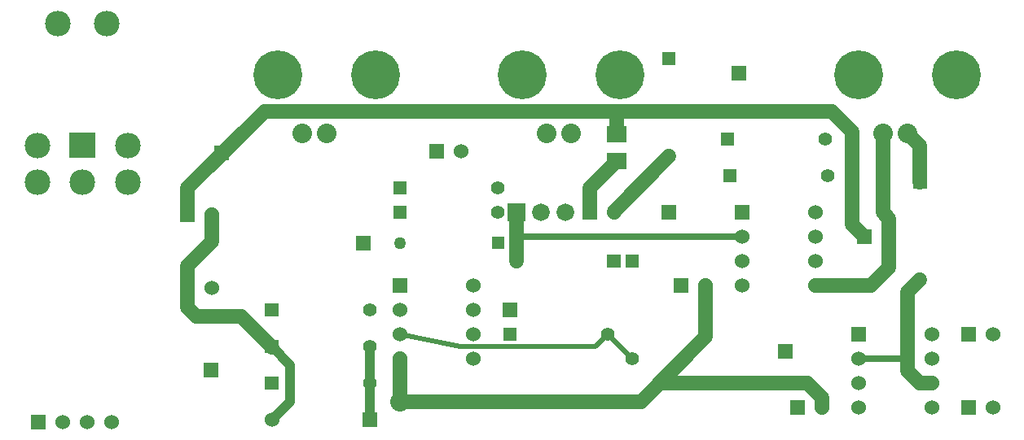
<source format=gbl>
G04 start of page 3 for group 1 idx 1 *
G04 Title: (unknown), component *
G04 Creator: pcb 20110918 *
G04 CreationDate: Tue Oct  7 19:52:02 2014 UTC *
G04 For: fosse *
G04 Format: Gerber/RS-274X *
G04 PCB-Dimensions: 470000 250000 *
G04 PCB-Coordinate-Origin: lower left *
%MOIN*%
%FSLAX25Y25*%
%LNBOTTOM*%
%ADD51C,0.0710*%
%ADD50C,0.0650*%
%ADD49C,0.0790*%
%ADD48C,0.0320*%
%ADD47C,0.0420*%
%ADD46C,0.0380*%
%ADD45C,0.0280*%
%ADD44C,0.0300*%
%ADD43R,0.0690X0.0690*%
%ADD42C,0.0720*%
%ADD41C,0.1050*%
%ADD40C,0.2000*%
%ADD39C,0.0800*%
%ADD38C,0.0500*%
%ADD37C,0.0550*%
%ADD36C,0.0001*%
%ADD35C,0.0200*%
%ADD34C,0.0400*%
%ADD33C,0.0250*%
%ADD32C,0.0600*%
G54D32*X235000Y163500D02*Y143500D01*
X275000Y163500D02*Y164000D01*
G54D33*X327500Y153500D02*X235000D01*
G54D32*X265000Y163500D02*Y173500D01*
X100500D02*X132000Y205000D01*
X275000Y164000D02*X297500Y186500D01*
X364000Y205000D02*X132000D01*
X330000D02*X327500D01*
X265000Y173500D02*X276000Y184500D01*
Y195500D02*Y205000D01*
G54D34*X135000Y78500D02*X142500Y86000D01*
X175000Y108500D02*Y78500D01*
X142500Y86000D02*Y101000D01*
X135000Y108500D01*
G54D32*X187500Y103500D02*Y92500D01*
Y86000D01*
X100500Y132500D02*Y141500D01*
X110500Y151500D01*
Y162500D01*
X100500D02*Y173500D01*
Y133000D02*Y124500D01*
X104000Y121000D01*
X122500D01*
X135250Y108250D01*
X400000Y191000D02*X395000Y196000D01*
X372500Y158500D02*Y196500D01*
X364000Y205000D01*
X357500Y133500D02*X380000D01*
G54D33*X375000Y103500D02*X395000D01*
G54D32*X312500Y133500D02*Y112500D01*
X360000Y83500D02*Y87500D01*
X354000Y93500D01*
X380000Y133500D02*X387500Y141000D01*
Y161000D02*Y141000D01*
X405000Y93500D02*X400000D01*
X395000Y98500D01*
Y131000D01*
X400000Y136000D01*
X385000Y163500D02*X387500Y161000D01*
X385000Y163500D02*Y196000D01*
X377500Y153500D02*X372500Y158500D01*
X400250Y190750D02*Y176050D01*
X400200Y176000D01*
G54D35*X187500Y113500D02*X212000Y108500D01*
X272500Y113500D02*X282500Y103500D01*
G54D32*X312500Y112500D02*X286000Y86000D01*
G54D35*X212000Y108500D02*X227500D01*
X267500D01*
X272500Y113500D01*
G54D32*X354000Y93500D02*X293500D01*
X286000Y86000D02*X187500D01*
G54D36*G36*
X132250Y111250D02*Y105750D01*
X137750D01*
Y111250D01*
X132250D01*
G37*
G36*
Y126250D02*Y120750D01*
X137750D01*
Y126250D01*
X132250D01*
G37*
G54D32*X135000Y78500D03*
G54D36*G36*
X132250Y96250D02*Y90750D01*
X137750D01*
Y96250D01*
X132250D01*
G37*
G54D37*X175000Y108500D03*
G54D36*G36*
X172000Y81500D02*Y75500D01*
X178000D01*
Y81500D01*
X172000D01*
G37*
G54D37*X175000Y93500D03*
Y123500D03*
G54D36*G36*
X184500Y136500D02*Y130500D01*
X190500D01*
Y136500D01*
X184500D01*
G37*
G54D32*X187500Y123500D03*
Y113500D03*
Y103500D03*
G54D36*G36*
X97500Y135500D02*Y129500D01*
X103500D01*
Y135500D01*
X97500D01*
G37*
G36*
X36500Y80500D02*Y74500D01*
X42500D01*
Y80500D01*
X36500D01*
G37*
G54D32*X49500Y77500D03*
X59500D03*
X69500D03*
X110500Y132500D03*
G54D36*G36*
X107000Y102000D02*Y96000D01*
X113000D01*
Y102000D01*
X107000D01*
G37*
G36*
X231400Y167100D02*Y159900D01*
X238600D01*
Y167100D01*
X231400D01*
G37*
G36*
X225000Y153500D02*Y148500D01*
X230000D01*
Y153500D01*
X225000D01*
G37*
G54D38*X187500Y151000D03*
G54D36*G36*
X184750Y166250D02*Y160750D01*
X190250D01*
Y166250D01*
X184750D01*
G37*
G54D37*X227500Y163500D03*
G54D36*G36*
X199500Y191500D02*Y185500D01*
X205500D01*
Y191500D01*
X199500D01*
G37*
G36*
X184750Y176250D02*Y170750D01*
X190250D01*
Y176250D01*
X184750D01*
G37*
G54D39*X147500Y196000D03*
X157500D03*
G54D40*X137500Y220000D03*
X177500D03*
G54D36*G36*
X169500Y154000D02*Y148000D01*
X175500D01*
Y154000D01*
X169500D01*
G37*
G36*
X97500Y165500D02*Y159500D01*
X103500D01*
Y165500D01*
X97500D01*
G37*
G54D32*X110500Y162500D03*
G54D41*X47500Y241000D03*
X67500D03*
G54D36*G36*
X52250Y196250D02*Y185750D01*
X62750D01*
Y196250D01*
X52250D01*
G37*
G54D41*X39000Y191000D03*
X76000D03*
X39000Y176000D03*
X57500D03*
X76000D03*
G54D36*G36*
X111500Y191000D02*Y185000D01*
X117500D01*
Y191000D01*
X111500D01*
G37*
G54D39*X247500Y196000D03*
G54D40*X237500Y220000D03*
G54D39*X257500Y196000D03*
G54D40*X277500Y220000D03*
G54D32*X212500Y188500D03*
G54D37*X227500Y173500D03*
G54D36*G36*
X294750Y229250D02*Y223750D01*
X300250D01*
Y229250D01*
X294750D01*
G37*
G54D37*X297500Y186500D03*
G54D36*G36*
X318750Y196250D02*Y190750D01*
X324250D01*
Y196250D01*
X318750D01*
G37*
G36*
X323000Y223500D02*Y217500D01*
X329000D01*
Y223500D01*
X323000D01*
G37*
G36*
X417000Y86500D02*Y80500D01*
X423000D01*
Y86500D01*
X417000D01*
G37*
G54D32*X430000Y83500D03*
G54D36*G36*
X417000Y116500D02*Y110500D01*
X423000D01*
Y116500D01*
X417000D01*
G37*
G54D32*X430000Y113500D03*
G54D36*G36*
X372000Y116500D02*Y110500D01*
X378000D01*
Y116500D01*
X372000D01*
G37*
G54D32*X405000Y113500D03*
X375000Y103500D03*
X405000D03*
X375000Y93500D03*
Y83500D03*
X405000D03*
Y93500D03*
G54D36*G36*
X229750Y116250D02*Y110750D01*
X235250D01*
Y116250D01*
X229750D01*
G37*
G54D42*X245000Y163500D03*
X255000D03*
G54D36*G36*
X262000Y166500D02*Y160500D01*
X268000D01*
Y166500D01*
X262000D01*
G37*
G54D37*X235000Y143500D03*
G54D36*G36*
X229500Y126500D02*Y120500D01*
X235500D01*
Y126500D01*
X229500D01*
G37*
G54D37*X272500Y113500D03*
G54D32*X275000Y163500D03*
G54D36*G36*
X272250Y146250D02*Y140750D01*
X277750D01*
Y146250D01*
X272250D01*
G37*
G36*
X279750D02*Y140750D01*
X285250D01*
Y146250D01*
X279750D01*
G37*
G36*
X299500Y136500D02*Y130500D01*
X305500D01*
Y136500D01*
X299500D01*
G37*
G54D32*X312500Y133500D03*
G54D37*X282500Y103500D03*
G54D36*G36*
X294500Y166500D02*Y160500D01*
X300500D01*
Y166500D01*
X294500D01*
G37*
G36*
X319750Y181250D02*Y175750D01*
X325250D01*
Y181250D01*
X319750D01*
G37*
G36*
X324500Y166500D02*Y160500D01*
X330500D01*
Y166500D01*
X324500D01*
G37*
G54D32*X327500Y153500D03*
Y143500D03*
Y133500D03*
X217500Y103500D03*
Y113500D03*
Y123500D03*
Y133500D03*
G54D40*X375000Y220000D03*
X415000D03*
G54D37*X362500Y178500D03*
X361500Y193500D03*
G54D39*X385000Y196000D03*
X395000D03*
G54D32*X387500Y153500D03*
G54D36*G36*
X397450Y178750D02*Y173250D01*
X402950D01*
Y178750D01*
X397450D01*
G37*
G54D37*X400200Y136000D03*
G54D36*G36*
X374500Y156500D02*Y150500D01*
X380500D01*
Y156500D01*
X374500D01*
G37*
G54D32*X357500Y133500D03*
Y143500D03*
Y153500D03*
Y163500D03*
G54D36*G36*
X347000Y86500D02*Y80500D01*
X353000D01*
Y86500D01*
X347000D01*
G37*
G54D32*X360000Y83500D03*
G54D36*G36*
X342000Y109500D02*Y103500D01*
X348000D01*
Y109500D01*
X342000D01*
G37*
G54D43*X275400Y184500D02*X276600D01*
X275400Y195500D02*X276600D01*
G54D39*X187500Y86000D03*
G54D38*G54D44*G54D45*G54D44*G54D46*G54D44*G54D46*G54D47*G54D35*G54D44*G54D48*G54D49*G54D46*G54D44*G54D50*G54D51*G54D46*G54D48*G54D49*G54D48*G54D49*G54D44*G54D46*G54D44*G54D45*G54D44*G54D47*G54D44*G54D46*G54D44*G54D46*G54D44*G54D45*G54D49*G54D44*G54D48*G54D44*G54D45*G54D44*G54D46*M02*

</source>
